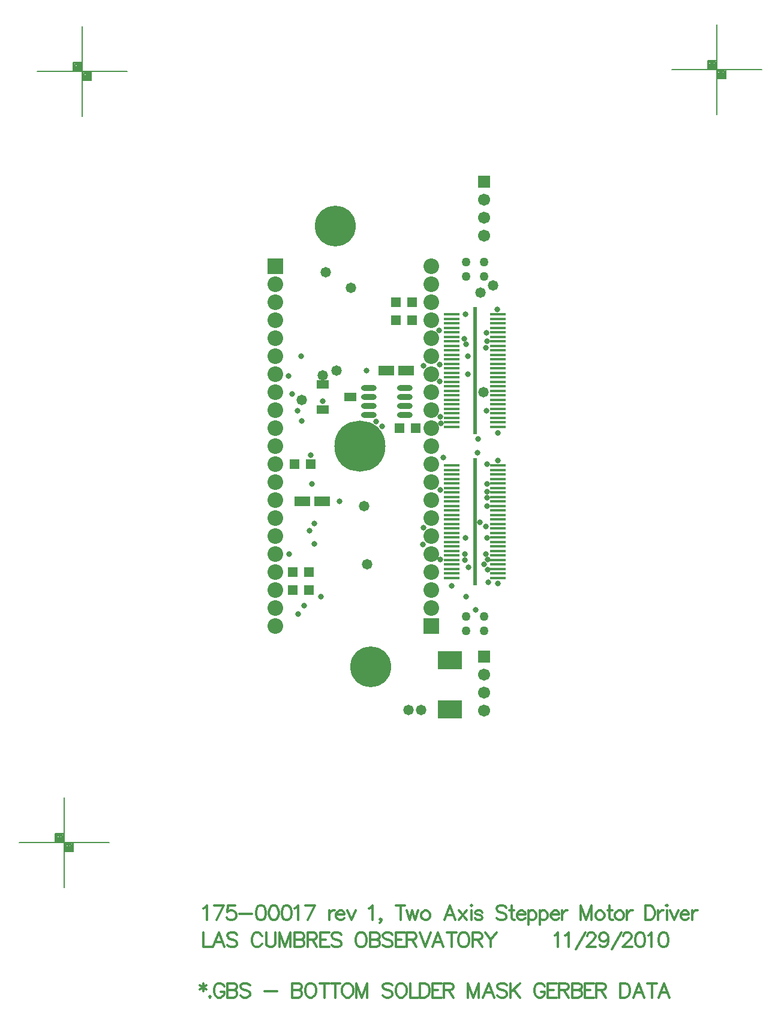
<source format=gbs>
%FSLAX23Y23*%
%MOIN*%
G70*
G01*
G75*
G04 Layer_Color=16711935*
%ADD10R,0.079X0.236*%
%ADD11C,0.007*%
%ADD12C,0.050*%
%ADD13C,0.010*%
%ADD14C,0.020*%
%ADD15C,0.012*%
%ADD16C,0.008*%
%ADD17C,0.012*%
%ADD18C,0.012*%
%ADD19C,0.050*%
%ADD20C,0.079*%
%ADD21R,0.079X0.079*%
%ADD22R,0.059X0.059*%
%ADD23C,0.059*%
%ADD24C,0.276*%
%ADD25C,0.219*%
%ADD26C,0.024*%
%ADD27C,0.040*%
%ADD28C,0.065*%
G04:AMPARAMS|DCode=29|XSize=85mil|YSize=85mil|CornerRadius=0mil|HoleSize=0mil|Usage=FLASHONLY|Rotation=0.000|XOffset=0mil|YOffset=0mil|HoleType=Round|Shape=Relief|Width=10mil|Gap=10mil|Entries=4|*
%AMTHD29*
7,0,0,0.085,0.065,0.010,45*
%
%ADD29THD29*%
%ADD30C,0.099*%
G04:AMPARAMS|DCode=31|XSize=119.055mil|YSize=119.055mil|CornerRadius=0mil|HoleSize=0mil|Usage=FLASHONLY|Rotation=0.000|XOffset=0mil|YOffset=0mil|HoleType=Round|Shape=Relief|Width=10mil|Gap=10mil|Entries=4|*
%AMTHD31*
7,0,0,0.119,0.099,0.010,45*
%
%ADD31THD31*%
%ADD32C,0.075*%
%ADD33C,0.197*%
%ADD34C,0.206*%
%ADD35C,0.068*%
G04:AMPARAMS|DCode=36|XSize=70mil|YSize=70mil|CornerRadius=0mil|HoleSize=0mil|Usage=FLASHONLY|Rotation=0.000|XOffset=0mil|YOffset=0mil|HoleType=Round|Shape=Relief|Width=10mil|Gap=10mil|Entries=4|*
%AMTHD36*
7,0,0,0.070,0.050,0.010,45*
%
%ADD36THD36*%
G04:AMPARAMS|DCode=37|XSize=88mil|YSize=88mil|CornerRadius=0mil|HoleSize=0mil|Usage=FLASHONLY|Rotation=0.000|XOffset=0mil|YOffset=0mil|HoleType=Round|Shape=Relief|Width=10mil|Gap=10mil|Entries=4|*
%AMTHD37*
7,0,0,0.088,0.068,0.010,45*
%
%ADD37THD37*%
%ADD38C,0.075*%
%ADD39O,0.079X0.024*%
%ADD40R,0.078X0.048*%
%ADD41R,0.050X0.050*%
%ADD42R,0.130X0.094*%
%ADD43R,0.020X0.709*%
%ADD44R,0.085X0.016*%
%ADD45R,0.059X0.039*%
%ADD46C,0.030*%
%ADD47C,0.005*%
%ADD48C,0.008*%
%ADD49R,0.149X0.227*%
%ADD50R,0.087X0.244*%
%ADD51C,0.087*%
%ADD52R,0.087X0.087*%
%ADD53R,0.067X0.067*%
%ADD54C,0.067*%
%ADD55C,0.284*%
%ADD56C,0.227*%
%ADD57C,0.032*%
%ADD58C,0.058*%
%ADD59O,0.087X0.032*%
%ADD60R,0.086X0.056*%
%ADD61R,0.058X0.058*%
%ADD62R,0.138X0.102*%
%ADD63R,0.067X0.047*%
D15*
X31016Y18832D02*
Y18786D01*
X30997Y18821D02*
X31035Y18798D01*
Y18821D02*
X30997Y18798D01*
X31055Y18760D02*
X31051Y18756D01*
X31055Y18752D01*
X31059Y18756D01*
X31055Y18760D01*
X31133Y18813D02*
X31130Y18821D01*
X31122Y18828D01*
X31114Y18832D01*
X31099D01*
X31092Y18828D01*
X31084Y18821D01*
X31080Y18813D01*
X31076Y18802D01*
Y18783D01*
X31080Y18771D01*
X31084Y18763D01*
X31092Y18756D01*
X31099Y18752D01*
X31114D01*
X31122Y18756D01*
X31130Y18763D01*
X31133Y18771D01*
Y18783D01*
X31114D02*
X31133D01*
X31152Y18832D02*
Y18752D01*
Y18832D02*
X31186D01*
X31197Y18828D01*
X31201Y18824D01*
X31205Y18817D01*
Y18809D01*
X31201Y18802D01*
X31197Y18798D01*
X31186Y18794D01*
X31152D02*
X31186D01*
X31197Y18790D01*
X31201Y18786D01*
X31205Y18779D01*
Y18767D01*
X31201Y18760D01*
X31197Y18756D01*
X31186Y18752D01*
X31152D01*
X31276Y18821D02*
X31269Y18828D01*
X31257Y18832D01*
X31242D01*
X31231Y18828D01*
X31223Y18821D01*
Y18813D01*
X31227Y18805D01*
X31231Y18802D01*
X31238Y18798D01*
X31261Y18790D01*
X31269Y18786D01*
X31273Y18783D01*
X31276Y18775D01*
Y18763D01*
X31269Y18756D01*
X31257Y18752D01*
X31242D01*
X31231Y18756D01*
X31223Y18763D01*
X31357Y18786D02*
X31426D01*
X31512Y18832D02*
Y18752D01*
Y18832D02*
X31546D01*
X31558Y18828D01*
X31562Y18824D01*
X31565Y18817D01*
Y18809D01*
X31562Y18802D01*
X31558Y18798D01*
X31546Y18794D01*
X31512D02*
X31546D01*
X31558Y18790D01*
X31562Y18786D01*
X31565Y18779D01*
Y18767D01*
X31562Y18760D01*
X31558Y18756D01*
X31546Y18752D01*
X31512D01*
X31606Y18832D02*
X31599Y18828D01*
X31591Y18821D01*
X31587Y18813D01*
X31583Y18802D01*
Y18783D01*
X31587Y18771D01*
X31591Y18763D01*
X31599Y18756D01*
X31606Y18752D01*
X31621D01*
X31629Y18756D01*
X31637Y18763D01*
X31640Y18771D01*
X31644Y18783D01*
Y18802D01*
X31640Y18813D01*
X31637Y18821D01*
X31629Y18828D01*
X31621Y18832D01*
X31606D01*
X31690D02*
Y18752D01*
X31663Y18832D02*
X31716D01*
X31752D02*
Y18752D01*
X31726Y18832D02*
X31779D01*
X31811D02*
X31804Y18828D01*
X31796Y18821D01*
X31792Y18813D01*
X31789Y18802D01*
Y18783D01*
X31792Y18771D01*
X31796Y18763D01*
X31804Y18756D01*
X31811Y18752D01*
X31827D01*
X31834Y18756D01*
X31842Y18763D01*
X31846Y18771D01*
X31850Y18783D01*
Y18802D01*
X31846Y18813D01*
X31842Y18821D01*
X31834Y18828D01*
X31827Y18832D01*
X31811D01*
X31868D02*
Y18752D01*
Y18832D02*
X31899Y18752D01*
X31929Y18832D02*
X31899Y18752D01*
X31929Y18832D02*
Y18752D01*
X32068Y18821D02*
X32061Y18828D01*
X32049Y18832D01*
X32034D01*
X32022Y18828D01*
X32015Y18821D01*
Y18813D01*
X32019Y18805D01*
X32022Y18802D01*
X32030Y18798D01*
X32053Y18790D01*
X32061Y18786D01*
X32064Y18783D01*
X32068Y18775D01*
Y18763D01*
X32061Y18756D01*
X32049Y18752D01*
X32034D01*
X32022Y18756D01*
X32015Y18763D01*
X32109Y18832D02*
X32101Y18828D01*
X32094Y18821D01*
X32090Y18813D01*
X32086Y18802D01*
Y18783D01*
X32090Y18771D01*
X32094Y18763D01*
X32101Y18756D01*
X32109Y18752D01*
X32124D01*
X32132Y18756D01*
X32139Y18763D01*
X32143Y18771D01*
X32147Y18783D01*
Y18802D01*
X32143Y18813D01*
X32139Y18821D01*
X32132Y18828D01*
X32124Y18832D01*
X32109D01*
X32166D02*
Y18752D01*
X32211D01*
X32220Y18832D02*
Y18752D01*
Y18832D02*
X32247D01*
X32258Y18828D01*
X32266Y18821D01*
X32270Y18813D01*
X32273Y18802D01*
Y18783D01*
X32270Y18771D01*
X32266Y18763D01*
X32258Y18756D01*
X32247Y18752D01*
X32220D01*
X32341Y18832D02*
X32291D01*
Y18752D01*
X32341D01*
X32291Y18794D02*
X32322D01*
X32354Y18832D02*
Y18752D01*
Y18832D02*
X32388D01*
X32400Y18828D01*
X32404Y18824D01*
X32408Y18817D01*
Y18809D01*
X32404Y18802D01*
X32400Y18798D01*
X32388Y18794D01*
X32354D01*
X32381D02*
X32408Y18752D01*
X32488Y18832D02*
Y18752D01*
Y18832D02*
X32519Y18752D01*
X32549Y18832D02*
X32519Y18752D01*
X32549Y18832D02*
Y18752D01*
X32633D02*
X32603Y18832D01*
X32572Y18752D01*
X32583Y18779D02*
X32622D01*
X32705Y18821D02*
X32697Y18828D01*
X32686Y18832D01*
X32671D01*
X32659Y18828D01*
X32652Y18821D01*
Y18813D01*
X32655Y18805D01*
X32659Y18802D01*
X32667Y18798D01*
X32690Y18790D01*
X32697Y18786D01*
X32701Y18783D01*
X32705Y18775D01*
Y18763D01*
X32697Y18756D01*
X32686Y18752D01*
X32671D01*
X32659Y18756D01*
X32652Y18763D01*
X32723Y18832D02*
Y18752D01*
X32776Y18832D02*
X32723Y18779D01*
X32742Y18798D02*
X32776Y18752D01*
X32914Y18813D02*
X32910Y18821D01*
X32903Y18828D01*
X32895Y18832D01*
X32880D01*
X32872Y18828D01*
X32865Y18821D01*
X32861Y18813D01*
X32857Y18802D01*
Y18783D01*
X32861Y18771D01*
X32865Y18763D01*
X32872Y18756D01*
X32880Y18752D01*
X32895D01*
X32903Y18756D01*
X32910Y18763D01*
X32914Y18771D01*
Y18783D01*
X32895D02*
X32914D01*
X32982Y18832D02*
X32932D01*
Y18752D01*
X32982D01*
X32932Y18794D02*
X32963D01*
X32995Y18832D02*
Y18752D01*
Y18832D02*
X33029D01*
X33041Y18828D01*
X33045Y18824D01*
X33049Y18817D01*
Y18809D01*
X33045Y18802D01*
X33041Y18798D01*
X33029Y18794D01*
X32995D01*
X33022D02*
X33049Y18752D01*
X33066Y18832D02*
Y18752D01*
Y18832D02*
X33101D01*
X33112Y18828D01*
X33116Y18824D01*
X33120Y18817D01*
Y18809D01*
X33116Y18802D01*
X33112Y18798D01*
X33101Y18794D01*
X33066D02*
X33101D01*
X33112Y18790D01*
X33116Y18786D01*
X33120Y18779D01*
Y18767D01*
X33116Y18760D01*
X33112Y18756D01*
X33101Y18752D01*
X33066D01*
X33187Y18832D02*
X33138D01*
Y18752D01*
X33187D01*
X33138Y18794D02*
X33168D01*
X33200Y18832D02*
Y18752D01*
Y18832D02*
X33235D01*
X33246Y18828D01*
X33250Y18824D01*
X33254Y18817D01*
Y18809D01*
X33250Y18802D01*
X33246Y18798D01*
X33235Y18794D01*
X33200D01*
X33227D02*
X33254Y18752D01*
X33335Y18832D02*
Y18752D01*
Y18832D02*
X33361D01*
X33373Y18828D01*
X33380Y18821D01*
X33384Y18813D01*
X33388Y18802D01*
Y18783D01*
X33384Y18771D01*
X33380Y18763D01*
X33373Y18756D01*
X33361Y18752D01*
X33335D01*
X33467D02*
X33436Y18832D01*
X33406Y18752D01*
X33417Y18779D02*
X33455D01*
X33512Y18832D02*
Y18752D01*
X33485Y18832D02*
X33539D01*
X33609Y18752D02*
X33579Y18832D01*
X33548Y18752D01*
X33560Y18779D02*
X33598D01*
D16*
X33620Y23910D02*
X34120D01*
X33870Y23660D02*
Y24160D01*
X33820Y23910D02*
Y23960D01*
X33870D01*
X33920Y23860D02*
Y23910D01*
X33870Y23860D02*
X33920D01*
X33875Y23905D02*
X33915D01*
Y23865D02*
Y23905D01*
X33875Y23865D02*
X33915D01*
X33875D02*
Y23905D01*
X33880Y23900D02*
X33910D01*
Y23870D02*
Y23900D01*
X33880Y23870D02*
X33910D01*
X33880D02*
Y23895D01*
X33885D02*
X33905D01*
Y23875D02*
Y23895D01*
X33885Y23875D02*
X33905D01*
X33885D02*
Y23890D01*
X33890D02*
X33900D01*
Y23880D02*
Y23890D01*
X33890Y23880D02*
X33900D01*
X33890D02*
Y23890D01*
Y23885D02*
X33900D01*
X33825Y23955D02*
X33865D01*
Y23915D02*
Y23955D01*
X33825Y23915D02*
X33865D01*
X33825D02*
Y23955D01*
X33830Y23950D02*
X33860D01*
Y23920D02*
Y23950D01*
X33830Y23920D02*
X33860D01*
X33830D02*
Y23945D01*
X33835D02*
X33855D01*
Y23925D02*
Y23945D01*
X33835Y23925D02*
X33855D01*
X33835D02*
Y23940D01*
X33840D02*
X33850D01*
Y23930D02*
Y23940D01*
X33840Y23930D02*
X33850D01*
X33840D02*
Y23940D01*
Y23935D02*
X33850D01*
X30094Y23901D02*
X30594D01*
X30344Y23651D02*
Y24151D01*
X30294Y23901D02*
Y23951D01*
X30344D01*
X30394Y23851D02*
Y23901D01*
X30344Y23851D02*
X30394D01*
X30349Y23896D02*
X30389D01*
Y23856D02*
Y23896D01*
X30349Y23856D02*
X30389D01*
X30349D02*
Y23896D01*
X30354Y23891D02*
X30384D01*
Y23861D02*
Y23891D01*
X30354Y23861D02*
X30384D01*
X30354D02*
Y23886D01*
X30359D02*
X30379D01*
Y23866D02*
Y23886D01*
X30359Y23866D02*
X30379D01*
X30359D02*
Y23881D01*
X30364D02*
X30374D01*
Y23871D02*
Y23881D01*
X30364Y23871D02*
X30374D01*
X30364D02*
Y23881D01*
Y23876D02*
X30374D01*
X30299Y23946D02*
X30339D01*
Y23906D02*
Y23946D01*
X30299Y23906D02*
X30339D01*
X30299D02*
Y23946D01*
X30304Y23941D02*
X30334D01*
Y23911D02*
Y23941D01*
X30304Y23911D02*
X30334D01*
X30304D02*
Y23936D01*
X30309D02*
X30329D01*
Y23916D02*
Y23936D01*
X30309Y23916D02*
X30329D01*
X30309D02*
Y23931D01*
X30314D02*
X30324D01*
Y23921D02*
Y23931D01*
X30314Y23921D02*
X30324D01*
X30314D02*
Y23931D01*
Y23926D02*
X30324D01*
X29995Y19615D02*
X30495D01*
X30245Y19365D02*
Y19865D01*
X30195Y19615D02*
Y19665D01*
X30245D01*
X30295Y19565D02*
Y19615D01*
X30245Y19565D02*
X30295D01*
X30250Y19610D02*
X30290D01*
Y19570D02*
Y19610D01*
X30250Y19570D02*
X30290D01*
X30250D02*
Y19610D01*
X30255Y19605D02*
X30285D01*
Y19575D02*
Y19605D01*
X30255Y19575D02*
X30285D01*
X30255D02*
Y19600D01*
X30260D02*
X30280D01*
Y19580D02*
Y19600D01*
X30260Y19580D02*
X30280D01*
X30260D02*
Y19595D01*
X30265D02*
X30275D01*
Y19585D02*
Y19595D01*
X30265Y19585D02*
X30275D01*
X30265D02*
Y19595D01*
Y19590D02*
X30275D01*
X30200Y19660D02*
X30240D01*
Y19620D02*
Y19660D01*
X30200Y19620D02*
X30240D01*
X30200D02*
Y19660D01*
X30205Y19655D02*
X30235D01*
Y19625D02*
Y19655D01*
X30205Y19625D02*
X30235D01*
X30205D02*
Y19650D01*
X30210D02*
X30230D01*
Y19630D02*
Y19650D01*
X30210Y19630D02*
X30230D01*
X30210D02*
Y19645D01*
X30215D02*
X30225D01*
Y19635D02*
Y19645D01*
X30215Y19635D02*
X30225D01*
X30215D02*
Y19645D01*
Y19640D02*
X30225D01*
D17*
X31018Y19247D02*
X31025Y19251D01*
X31037Y19263D01*
Y19183D01*
X31130Y19263D02*
X31092Y19183D01*
X31076Y19263D02*
X31130D01*
X31193D02*
X31155D01*
X31151Y19228D01*
X31155Y19232D01*
X31167Y19236D01*
X31178D01*
X31190Y19232D01*
X31197Y19225D01*
X31201Y19213D01*
Y19205D01*
X31197Y19194D01*
X31190Y19186D01*
X31178Y19183D01*
X31167D01*
X31155Y19186D01*
X31151Y19190D01*
X31148Y19198D01*
X31219Y19217D02*
X31287D01*
X31334Y19263D02*
X31322Y19259D01*
X31315Y19247D01*
X31311Y19228D01*
Y19217D01*
X31315Y19198D01*
X31322Y19186D01*
X31334Y19183D01*
X31342D01*
X31353Y19186D01*
X31361Y19198D01*
X31364Y19217D01*
Y19228D01*
X31361Y19247D01*
X31353Y19259D01*
X31342Y19263D01*
X31334D01*
X31405D02*
X31394Y19259D01*
X31386Y19247D01*
X31382Y19228D01*
Y19217D01*
X31386Y19198D01*
X31394Y19186D01*
X31405Y19183D01*
X31413D01*
X31424Y19186D01*
X31432Y19198D01*
X31436Y19217D01*
Y19228D01*
X31432Y19247D01*
X31424Y19259D01*
X31413Y19263D01*
X31405D01*
X31476D02*
X31465Y19259D01*
X31457Y19247D01*
X31454Y19228D01*
Y19217D01*
X31457Y19198D01*
X31465Y19186D01*
X31476Y19183D01*
X31484D01*
X31495Y19186D01*
X31503Y19198D01*
X31507Y19217D01*
Y19228D01*
X31503Y19247D01*
X31495Y19259D01*
X31484Y19263D01*
X31476D01*
X31525Y19247D02*
X31532Y19251D01*
X31544Y19263D01*
Y19183D01*
X31637Y19263D02*
X31599Y19183D01*
X31583Y19263D02*
X31637D01*
X31717Y19236D02*
Y19183D01*
Y19213D02*
X31721Y19225D01*
X31729Y19232D01*
X31736Y19236D01*
X31748D01*
X31755Y19213D02*
X31801D01*
Y19221D01*
X31797Y19228D01*
X31793Y19232D01*
X31786Y19236D01*
X31774D01*
X31767Y19232D01*
X31759Y19225D01*
X31755Y19213D01*
Y19205D01*
X31759Y19194D01*
X31767Y19186D01*
X31774Y19183D01*
X31786D01*
X31793Y19186D01*
X31801Y19194D01*
X31818Y19236D02*
X31841Y19183D01*
X31864Y19236D02*
X31841Y19183D01*
X31939Y19247D02*
X31947Y19251D01*
X31959Y19263D01*
Y19183D01*
X32006Y19186D02*
X32002Y19183D01*
X31998Y19186D01*
X32002Y19190D01*
X32006Y19186D01*
Y19179D01*
X32002Y19171D01*
X31998Y19167D01*
X32113Y19263D02*
Y19183D01*
X32086Y19263D02*
X32139D01*
X32149Y19236D02*
X32164Y19183D01*
X32179Y19236D02*
X32164Y19183D01*
X32179Y19236D02*
X32195Y19183D01*
X32210Y19236D02*
X32195Y19183D01*
X32248Y19236D02*
X32240Y19232D01*
X32232Y19225D01*
X32229Y19213D01*
Y19205D01*
X32232Y19194D01*
X32240Y19186D01*
X32248Y19183D01*
X32259D01*
X32267Y19186D01*
X32274Y19194D01*
X32278Y19205D01*
Y19213D01*
X32274Y19225D01*
X32267Y19232D01*
X32259Y19236D01*
X32248D01*
X32419Y19183D02*
X32389Y19263D01*
X32358Y19183D01*
X32370Y19209D02*
X32408D01*
X32438Y19236D02*
X32480Y19183D01*
Y19236D02*
X32438Y19183D01*
X32504Y19263D02*
X32508Y19259D01*
X32512Y19263D01*
X32508Y19266D01*
X32504Y19263D01*
X32508Y19236D02*
Y19183D01*
X32568Y19225D02*
X32564Y19232D01*
X32553Y19236D01*
X32541D01*
X32530Y19232D01*
X32526Y19225D01*
X32530Y19217D01*
X32537Y19213D01*
X32557Y19209D01*
X32564Y19205D01*
X32568Y19198D01*
Y19194D01*
X32564Y19186D01*
X32553Y19183D01*
X32541D01*
X32530Y19186D01*
X32526Y19194D01*
X32701Y19251D02*
X32693Y19259D01*
X32682Y19263D01*
X32667D01*
X32655Y19259D01*
X32648Y19251D01*
Y19244D01*
X32651Y19236D01*
X32655Y19232D01*
X32663Y19228D01*
X32686Y19221D01*
X32693Y19217D01*
X32697Y19213D01*
X32701Y19205D01*
Y19194D01*
X32693Y19186D01*
X32682Y19183D01*
X32667D01*
X32655Y19186D01*
X32648Y19194D01*
X32730Y19263D02*
Y19198D01*
X32734Y19186D01*
X32742Y19183D01*
X32749D01*
X32719Y19236D02*
X32745D01*
X32761Y19213D02*
X32806D01*
Y19221D01*
X32803Y19228D01*
X32799Y19232D01*
X32791Y19236D01*
X32780D01*
X32772Y19232D01*
X32764Y19225D01*
X32761Y19213D01*
Y19205D01*
X32764Y19194D01*
X32772Y19186D01*
X32780Y19183D01*
X32791D01*
X32799Y19186D01*
X32806Y19194D01*
X32823Y19236D02*
Y19156D01*
Y19225D02*
X32831Y19232D01*
X32839Y19236D01*
X32850D01*
X32858Y19232D01*
X32865Y19225D01*
X32869Y19213D01*
Y19205D01*
X32865Y19194D01*
X32858Y19186D01*
X32850Y19183D01*
X32839D01*
X32831Y19186D01*
X32823Y19194D01*
X32886Y19236D02*
Y19156D01*
Y19225D02*
X32894Y19232D01*
X32902Y19236D01*
X32913D01*
X32921Y19232D01*
X32928Y19225D01*
X32932Y19213D01*
Y19205D01*
X32928Y19194D01*
X32921Y19186D01*
X32913Y19183D01*
X32902D01*
X32894Y19186D01*
X32886Y19194D01*
X32949Y19213D02*
X32995D01*
Y19221D01*
X32991Y19228D01*
X32987Y19232D01*
X32980Y19236D01*
X32968D01*
X32961Y19232D01*
X32953Y19225D01*
X32949Y19213D01*
Y19205D01*
X32953Y19194D01*
X32961Y19186D01*
X32968Y19183D01*
X32980D01*
X32987Y19186D01*
X32995Y19194D01*
X33012Y19236D02*
Y19183D01*
Y19213D02*
X33016Y19225D01*
X33023Y19232D01*
X33031Y19236D01*
X33042D01*
X33113Y19263D02*
Y19183D01*
Y19263D02*
X33143Y19183D01*
X33174Y19263D02*
X33143Y19183D01*
X33174Y19263D02*
Y19183D01*
X33215Y19236D02*
X33208Y19232D01*
X33200Y19225D01*
X33196Y19213D01*
Y19205D01*
X33200Y19194D01*
X33208Y19186D01*
X33215Y19183D01*
X33227D01*
X33234Y19186D01*
X33242Y19194D01*
X33246Y19205D01*
Y19213D01*
X33242Y19225D01*
X33234Y19232D01*
X33227Y19236D01*
X33215D01*
X33275Y19263D02*
Y19198D01*
X33279Y19186D01*
X33286Y19183D01*
X33294D01*
X33263Y19236D02*
X33290D01*
X33324D02*
X33317Y19232D01*
X33309Y19225D01*
X33305Y19213D01*
Y19205D01*
X33309Y19194D01*
X33317Y19186D01*
X33324Y19183D01*
X33336D01*
X33343Y19186D01*
X33351Y19194D01*
X33355Y19205D01*
Y19213D01*
X33351Y19225D01*
X33343Y19232D01*
X33336Y19236D01*
X33324D01*
X33372D02*
Y19183D01*
Y19213D02*
X33376Y19225D01*
X33384Y19232D01*
X33391Y19236D01*
X33403D01*
X33473Y19263D02*
Y19183D01*
Y19263D02*
X33500D01*
X33511Y19259D01*
X33519Y19251D01*
X33522Y19244D01*
X33526Y19232D01*
Y19213D01*
X33522Y19202D01*
X33519Y19194D01*
X33511Y19186D01*
X33500Y19183D01*
X33473D01*
X33544Y19236D02*
Y19183D01*
Y19213D02*
X33548Y19225D01*
X33556Y19232D01*
X33563Y19236D01*
X33575D01*
X33589Y19263D02*
X33593Y19259D01*
X33597Y19263D01*
X33593Y19266D01*
X33589Y19263D01*
X33593Y19236D02*
Y19183D01*
X33611Y19236D02*
X33634Y19183D01*
X33657Y19236D02*
X33634Y19183D01*
X33670Y19213D02*
X33715D01*
Y19221D01*
X33712Y19228D01*
X33708Y19232D01*
X33700Y19236D01*
X33689D01*
X33681Y19232D01*
X33674Y19225D01*
X33670Y19213D01*
Y19205D01*
X33674Y19194D01*
X33681Y19186D01*
X33689Y19183D01*
X33700D01*
X33708Y19186D01*
X33715Y19194D01*
X33733Y19236D02*
Y19183D01*
Y19213D02*
X33736Y19225D01*
X33744Y19232D01*
X33752Y19236D01*
X33763D01*
D18*
X31018Y19113D02*
Y19033D01*
X31063D01*
X31133D02*
X31103Y19113D01*
X31072Y19033D01*
X31084Y19059D02*
X31122D01*
X31205Y19101D02*
X31198Y19109D01*
X31186Y19113D01*
X31171D01*
X31159Y19109D01*
X31152Y19101D01*
Y19094D01*
X31156Y19086D01*
X31159Y19082D01*
X31167Y19078D01*
X31190Y19071D01*
X31198Y19067D01*
X31201Y19063D01*
X31205Y19055D01*
Y19044D01*
X31198Y19036D01*
X31186Y19033D01*
X31171D01*
X31159Y19036D01*
X31152Y19044D01*
X31343Y19094D02*
X31339Y19101D01*
X31332Y19109D01*
X31324Y19113D01*
X31309D01*
X31301Y19109D01*
X31294Y19101D01*
X31290Y19094D01*
X31286Y19082D01*
Y19063D01*
X31290Y19052D01*
X31294Y19044D01*
X31301Y19036D01*
X31309Y19033D01*
X31324D01*
X31332Y19036D01*
X31339Y19044D01*
X31343Y19052D01*
X31366Y19113D02*
Y19055D01*
X31369Y19044D01*
X31377Y19036D01*
X31388Y19033D01*
X31396D01*
X31407Y19036D01*
X31415Y19044D01*
X31419Y19055D01*
Y19113D01*
X31441D02*
Y19033D01*
Y19113D02*
X31471Y19033D01*
X31502Y19113D02*
X31471Y19033D01*
X31502Y19113D02*
Y19033D01*
X31525Y19113D02*
Y19033D01*
Y19113D02*
X31559D01*
X31570Y19109D01*
X31574Y19105D01*
X31578Y19097D01*
Y19090D01*
X31574Y19082D01*
X31570Y19078D01*
X31559Y19075D01*
X31525D02*
X31559D01*
X31570Y19071D01*
X31574Y19067D01*
X31578Y19059D01*
Y19048D01*
X31574Y19040D01*
X31570Y19036D01*
X31559Y19033D01*
X31525D01*
X31596Y19113D02*
Y19033D01*
Y19113D02*
X31630D01*
X31642Y19109D01*
X31645Y19105D01*
X31649Y19097D01*
Y19090D01*
X31645Y19082D01*
X31642Y19078D01*
X31630Y19075D01*
X31596D01*
X31623D02*
X31649Y19033D01*
X31717Y19113D02*
X31667D01*
Y19033D01*
X31717D01*
X31667Y19075D02*
X31698D01*
X31783Y19101D02*
X31776Y19109D01*
X31764Y19113D01*
X31749D01*
X31738Y19109D01*
X31730Y19101D01*
Y19094D01*
X31734Y19086D01*
X31738Y19082D01*
X31745Y19078D01*
X31768Y19071D01*
X31776Y19067D01*
X31780Y19063D01*
X31783Y19055D01*
Y19044D01*
X31776Y19036D01*
X31764Y19033D01*
X31749D01*
X31738Y19036D01*
X31730Y19044D01*
X31887Y19113D02*
X31879Y19109D01*
X31872Y19101D01*
X31868Y19094D01*
X31864Y19082D01*
Y19063D01*
X31868Y19052D01*
X31872Y19044D01*
X31879Y19036D01*
X31887Y19033D01*
X31902D01*
X31910Y19036D01*
X31917Y19044D01*
X31921Y19052D01*
X31925Y19063D01*
Y19082D01*
X31921Y19094D01*
X31917Y19101D01*
X31910Y19109D01*
X31902Y19113D01*
X31887D01*
X31944D02*
Y19033D01*
Y19113D02*
X31978D01*
X31989Y19109D01*
X31993Y19105D01*
X31997Y19097D01*
Y19090D01*
X31993Y19082D01*
X31989Y19078D01*
X31978Y19075D01*
X31944D02*
X31978D01*
X31989Y19071D01*
X31993Y19067D01*
X31997Y19059D01*
Y19048D01*
X31993Y19040D01*
X31989Y19036D01*
X31978Y19033D01*
X31944D01*
X32068Y19101D02*
X32061Y19109D01*
X32049Y19113D01*
X32034D01*
X32023Y19109D01*
X32015Y19101D01*
Y19094D01*
X32019Y19086D01*
X32023Y19082D01*
X32030Y19078D01*
X32053Y19071D01*
X32061Y19067D01*
X32064Y19063D01*
X32068Y19055D01*
Y19044D01*
X32061Y19036D01*
X32049Y19033D01*
X32034D01*
X32023Y19036D01*
X32015Y19044D01*
X32136Y19113D02*
X32086D01*
Y19033D01*
X32136D01*
X32086Y19075D02*
X32117D01*
X32149Y19113D02*
Y19033D01*
Y19113D02*
X32183D01*
X32195Y19109D01*
X32198Y19105D01*
X32202Y19097D01*
Y19090D01*
X32198Y19082D01*
X32195Y19078D01*
X32183Y19075D01*
X32149D01*
X32176D02*
X32202Y19033D01*
X32220Y19113D02*
X32251Y19033D01*
X32281Y19113D02*
X32251Y19033D01*
X32352D02*
X32322Y19113D01*
X32291Y19033D01*
X32303Y19059D02*
X32341D01*
X32398Y19113D02*
Y19033D01*
X32371Y19113D02*
X32424D01*
X32457D02*
X32449Y19109D01*
X32441Y19101D01*
X32438Y19094D01*
X32434Y19082D01*
Y19063D01*
X32438Y19052D01*
X32441Y19044D01*
X32449Y19036D01*
X32457Y19033D01*
X32472D01*
X32480Y19036D01*
X32487Y19044D01*
X32491Y19052D01*
X32495Y19063D01*
Y19082D01*
X32491Y19094D01*
X32487Y19101D01*
X32480Y19109D01*
X32472Y19113D01*
X32457D01*
X32513D02*
Y19033D01*
Y19113D02*
X32548D01*
X32559Y19109D01*
X32563Y19105D01*
X32567Y19097D01*
Y19090D01*
X32563Y19082D01*
X32559Y19078D01*
X32548Y19075D01*
X32513D01*
X32540D02*
X32567Y19033D01*
X32585Y19113D02*
X32615Y19075D01*
Y19033D01*
X32646Y19113D02*
X32615Y19075D01*
X32970Y19097D02*
X32978Y19101D01*
X32989Y19113D01*
Y19033D01*
X33029Y19097D02*
X33036Y19101D01*
X33048Y19113D01*
Y19033D01*
X33087Y19021D02*
X33141Y19113D01*
X33150Y19094D02*
Y19097D01*
X33154Y19105D01*
X33158Y19109D01*
X33165Y19113D01*
X33180D01*
X33188Y19109D01*
X33192Y19105D01*
X33196Y19097D01*
Y19090D01*
X33192Y19082D01*
X33184Y19071D01*
X33146Y19033D01*
X33199D01*
X33267Y19086D02*
X33263Y19075D01*
X33255Y19067D01*
X33244Y19063D01*
X33240D01*
X33229Y19067D01*
X33221Y19075D01*
X33217Y19086D01*
Y19090D01*
X33221Y19101D01*
X33229Y19109D01*
X33240Y19113D01*
X33244D01*
X33255Y19109D01*
X33263Y19101D01*
X33267Y19086D01*
Y19067D01*
X33263Y19048D01*
X33255Y19036D01*
X33244Y19033D01*
X33236D01*
X33225Y19036D01*
X33221Y19044D01*
X33289Y19021D02*
X33342Y19113D01*
X33351Y19094D02*
Y19097D01*
X33355Y19105D01*
X33359Y19109D01*
X33366Y19113D01*
X33381D01*
X33389Y19109D01*
X33393Y19105D01*
X33397Y19097D01*
Y19090D01*
X33393Y19082D01*
X33385Y19071D01*
X33347Y19033D01*
X33401D01*
X33441Y19113D02*
X33430Y19109D01*
X33422Y19097D01*
X33418Y19078D01*
Y19067D01*
X33422Y19048D01*
X33430Y19036D01*
X33441Y19033D01*
X33449D01*
X33460Y19036D01*
X33468Y19048D01*
X33472Y19067D01*
Y19078D01*
X33468Y19097D01*
X33460Y19109D01*
X33449Y19113D01*
X33441D01*
X33490Y19097D02*
X33497Y19101D01*
X33509Y19113D01*
Y19033D01*
X33571Y19113D02*
X33560Y19109D01*
X33552Y19097D01*
X33548Y19078D01*
Y19067D01*
X33552Y19048D01*
X33560Y19036D01*
X33571Y19033D01*
X33579D01*
X33590Y19036D01*
X33598Y19048D01*
X33602Y19067D01*
Y19078D01*
X33598Y19097D01*
X33590Y19109D01*
X33579Y19113D01*
X33571D01*
D19*
X32476Y22841D02*
D03*
Y22762D02*
D03*
X32576Y22761D02*
D03*
Y22841D02*
D03*
Y20791D02*
D03*
X32476D02*
D03*
Y20871D02*
D03*
X32576D02*
D03*
D43*
X32526Y22236D02*
D03*
Y21396D02*
D03*
D44*
X32653Y21084D02*
D03*
X32398D02*
D03*
X32653Y21309D02*
D03*
Y21234D02*
D03*
Y21159D02*
D03*
X32398Y21309D02*
D03*
Y21234D02*
D03*
Y21159D02*
D03*
X32653Y21709D02*
D03*
Y21634D02*
D03*
Y21559D02*
D03*
Y21484D02*
D03*
X32398Y21709D02*
D03*
Y21634D02*
D03*
Y21559D02*
D03*
Y21484D02*
D03*
X32653Y21949D02*
D03*
X32398D02*
D03*
X32653Y22349D02*
D03*
Y22274D02*
D03*
Y22199D02*
D03*
Y22124D02*
D03*
X32398Y22349D02*
D03*
Y22274D02*
D03*
Y22199D02*
D03*
Y22124D02*
D03*
X32653Y22524D02*
D03*
X32398D02*
D03*
X32653Y21134D02*
D03*
Y21109D02*
D03*
X32398Y21134D02*
D03*
Y21109D02*
D03*
X32653Y21209D02*
D03*
Y21184D02*
D03*
X32398Y21209D02*
D03*
Y21184D02*
D03*
X32653Y21284D02*
D03*
Y21259D02*
D03*
X32398Y21284D02*
D03*
Y21259D02*
D03*
X32653Y21384D02*
D03*
Y21359D02*
D03*
Y21334D02*
D03*
X32398Y21384D02*
D03*
Y21359D02*
D03*
Y21334D02*
D03*
X32653Y21459D02*
D03*
Y21434D02*
D03*
Y21409D02*
D03*
X32398Y21459D02*
D03*
Y21434D02*
D03*
Y21409D02*
D03*
X32653Y21534D02*
D03*
Y21509D02*
D03*
X32398Y21534D02*
D03*
Y21509D02*
D03*
X32653Y21609D02*
D03*
Y21584D02*
D03*
X32398Y21609D02*
D03*
Y21584D02*
D03*
X32653Y21684D02*
D03*
Y21659D02*
D03*
X32398Y21684D02*
D03*
Y21659D02*
D03*
X32653Y21924D02*
D03*
X32398D02*
D03*
X32653Y22024D02*
D03*
Y21999D02*
D03*
Y21974D02*
D03*
X32398Y22024D02*
D03*
Y21999D02*
D03*
Y21974D02*
D03*
X32653Y22099D02*
D03*
Y22074D02*
D03*
Y22049D02*
D03*
X32398Y22099D02*
D03*
Y22074D02*
D03*
Y22049D02*
D03*
X32653Y22174D02*
D03*
Y22149D02*
D03*
X32398Y22174D02*
D03*
Y22149D02*
D03*
X32653Y22249D02*
D03*
Y22224D02*
D03*
X32398Y22249D02*
D03*
Y22224D02*
D03*
X32653Y22324D02*
D03*
Y22299D02*
D03*
X32398Y22324D02*
D03*
Y22299D02*
D03*
X32653Y22424D02*
D03*
Y22399D02*
D03*
Y22374D02*
D03*
X32398Y22424D02*
D03*
Y22399D02*
D03*
Y22374D02*
D03*
X32653Y22499D02*
D03*
Y22474D02*
D03*
Y22449D02*
D03*
X32398Y22499D02*
D03*
Y22474D02*
D03*
Y22449D02*
D03*
X32653Y22549D02*
D03*
X32398D02*
D03*
D51*
X31416Y20816D02*
D03*
Y20916D02*
D03*
Y21016D02*
D03*
Y21116D02*
D03*
Y21216D02*
D03*
Y21316D02*
D03*
Y21416D02*
D03*
Y21516D02*
D03*
Y21616D02*
D03*
Y21716D02*
D03*
Y21816D02*
D03*
Y21916D02*
D03*
Y22016D02*
D03*
Y22116D02*
D03*
Y22216D02*
D03*
Y22316D02*
D03*
Y22416D02*
D03*
Y22516D02*
D03*
Y22616D02*
D03*
Y22716D02*
D03*
X32283Y20916D02*
D03*
Y21016D02*
D03*
Y21116D02*
D03*
Y21216D02*
D03*
Y21316D02*
D03*
Y21416D02*
D03*
Y21516D02*
D03*
Y21616D02*
D03*
Y21716D02*
D03*
Y21816D02*
D03*
Y21916D02*
D03*
Y22016D02*
D03*
Y22116D02*
D03*
Y22216D02*
D03*
Y22316D02*
D03*
Y22416D02*
D03*
Y22516D02*
D03*
Y22616D02*
D03*
Y22716D02*
D03*
Y22816D02*
D03*
D52*
X31416D02*
D03*
X32283Y20816D02*
D03*
D53*
X32578Y23286D02*
D03*
Y20646D02*
D03*
D54*
Y23186D02*
D03*
Y23086D02*
D03*
Y22986D02*
D03*
Y20546D02*
D03*
Y20446D02*
D03*
Y20346D02*
D03*
D55*
X31889Y21816D02*
D03*
D56*
X31751Y23040D02*
D03*
X31948Y20591D02*
D03*
D57*
X32594Y21308D02*
D03*
X32589Y21372D02*
D03*
X32594Y21607D02*
D03*
X32593Y21717D02*
D03*
X32592Y22014D02*
D03*
X32470Y21216D02*
D03*
X32468Y22413D02*
D03*
X32593Y22399D02*
D03*
X32474Y21307D02*
D03*
X32476Y22383D02*
D03*
X32471Y21183D02*
D03*
X32486Y22217D02*
D03*
X32489Y22316D02*
D03*
X32598Y21132D02*
D03*
X32595Y21484D02*
D03*
X32593Y21530D02*
D03*
X32555Y21395D02*
D03*
X32236Y21272D02*
D03*
X31634Y21273D02*
D03*
X32241Y21365D02*
D03*
X31607Y21347D02*
D03*
X31979Y21955D02*
D03*
X32492Y21143D02*
D03*
X31494Y21218D02*
D03*
X32602Y21059D02*
D03*
X31670Y20981D02*
D03*
X31634Y21386D02*
D03*
X32476Y20981D02*
D03*
X31576Y20932D02*
D03*
X31622Y21608D02*
D03*
X32531Y20906D02*
D03*
X31545Y20884D02*
D03*
X31560Y22316D02*
D03*
X31613Y21766D02*
D03*
X31775Y21511D02*
D03*
X31681Y22068D02*
D03*
X31924Y22236D02*
D03*
X31563Y21957D02*
D03*
X31542Y22015D02*
D03*
X31511Y22108D02*
D03*
X31490Y22208D02*
D03*
X32240Y22265D02*
D03*
X32654Y21892D02*
D03*
X32653Y21737D02*
D03*
X32593Y21565D02*
D03*
X32654Y21053D02*
D03*
X32399Y21042D02*
D03*
X32334Y21573D02*
D03*
X32544Y21856D02*
D03*
X32331Y22177D02*
D03*
Y22269D02*
D03*
X32328Y22460D02*
D03*
X32475Y22549D02*
D03*
X32652Y22577D02*
D03*
X32590Y22448D02*
D03*
X32586Y22363D02*
D03*
X32352Y21754D02*
D03*
X32541Y21782D02*
D03*
X32010Y21928D02*
D03*
X32578Y21159D02*
D03*
X32587Y21218D02*
D03*
X32598Y21186D02*
D03*
X32339Y21945D02*
D03*
X32333Y21979D02*
D03*
X32334Y21187D02*
D03*
D58*
X32228Y20351D02*
D03*
X32158D02*
D03*
X32628Y22711D02*
D03*
X32558Y22671D02*
D03*
X31926Y21162D02*
D03*
X31912Y21484D02*
D03*
X31757Y22237D02*
D03*
X31838Y22697D02*
D03*
X31698Y22784D02*
D03*
X31681Y22210D02*
D03*
X32573Y22118D02*
D03*
X31564Y22075D02*
D03*
D59*
X32136Y22141D02*
D03*
Y22091D02*
D03*
Y22041D02*
D03*
Y21991D02*
D03*
X31939Y22141D02*
D03*
Y22091D02*
D03*
Y22041D02*
D03*
Y21991D02*
D03*
D60*
X31678Y21511D02*
D03*
X31568D02*
D03*
X32033Y22236D02*
D03*
X32143D02*
D03*
D61*
X31513Y21016D02*
D03*
X31603D02*
D03*
X32108Y21916D02*
D03*
X32198D02*
D03*
X31613Y21716D02*
D03*
X31523D02*
D03*
X32178Y22516D02*
D03*
X32088D02*
D03*
X31513Y21116D02*
D03*
X31603D02*
D03*
X32178Y22616D02*
D03*
X32088D02*
D03*
D62*
X32388Y20354D02*
D03*
Y20628D02*
D03*
D63*
X31681Y22160D02*
D03*
X31835Y22091D02*
D03*
X31681Y22022D02*
D03*
M02*

</source>
